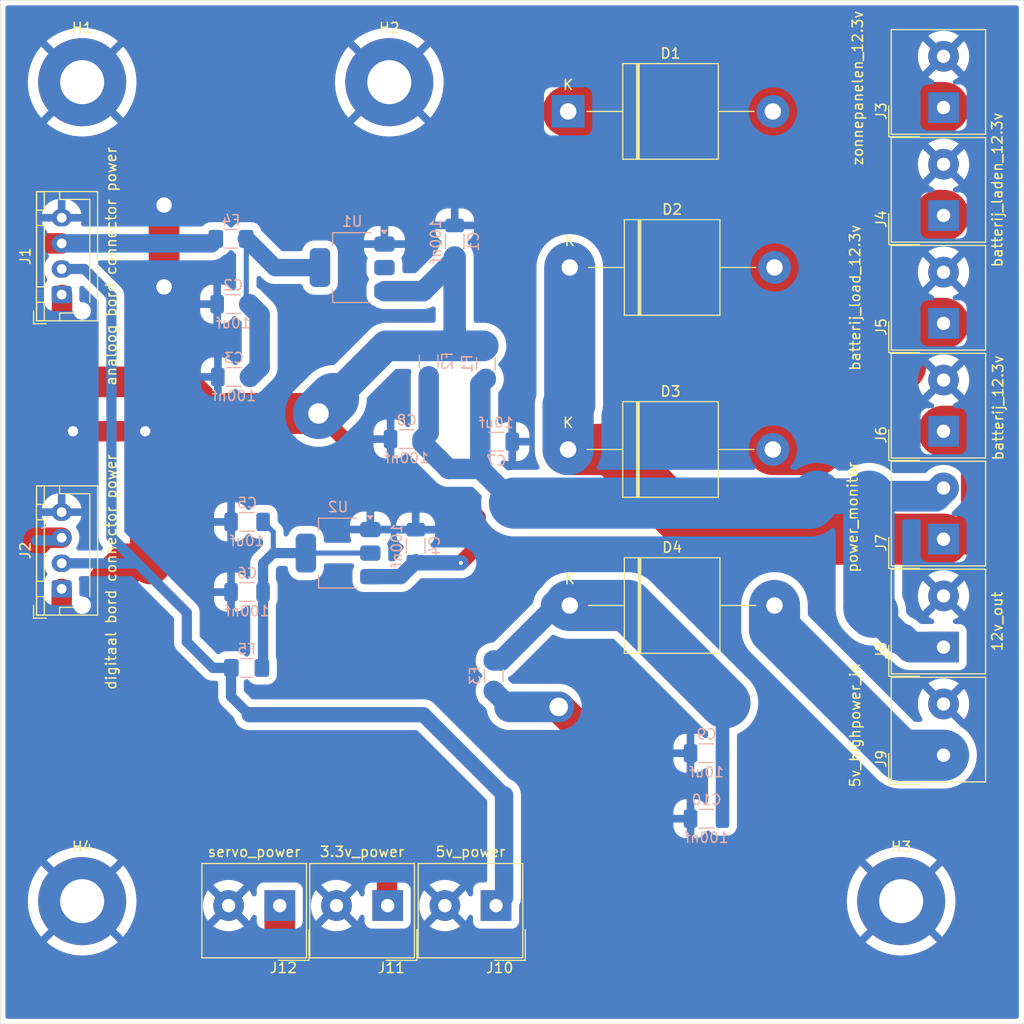
<source format=kicad_pcb>
(kicad_pcb (version 20240108) (generator "pcbnew") (generator_version "8.0")
  (layers (0 "F.Cu" signal) (31 "B.Cu" signal) (34 "B.Paste" user) (35 "F.Paste" user) (36 "B.SilkS" user "B.Silkscreen") (37 "F.SilkS" user "F.Silkscreen") (38 "B.Mask" user) (39 "F.Mask" user) (44 "Edge.Cuts" user))
  (net 0 "")
  (net 1 "GND")
  (net 2 "+12L")
  (net 3 "+3.3V")
  (net 4 "+5V")
  (net 5 "Net-(D1-A)")
  (net 6 "Net-(D1-K)")
  (net 7 "Net-(D3-A)")
  (net 8 "+5VL")
  (net 9 "Net-(D4-A)")
  (net 10 "Net-(D2-K)")
  (net 11 "Net-(U1-VO)")
  (net 12 "Net-(U2-VO)")
  (net 13 "Net-(D4-K)")
  (net 14 "Net-(J7-Pin_2)")
  (footprint "MountingHole:MountingHole_4.3mm_M4_Pad" (layer "F.Cu") (at 20 20)
    (property "Reference" "H1" (at 0 -5.3 0) (layer "F.SilkS"))
    (property "Value" "MountingHole_Pad")
    (pad "1" thru_hole circle (at 0 0) (size 8.6 8.6) (drill 4.3) (layers "*.Cu" "*.Mask") (net 1 "GND"))
  )
  (footprint "TerminalBlock_Altech:Altech_AK100_1x02_P5.00mm" (layer "F.Cu") (at 39.3035 100.4325 180)
    (property "Reference" "J12" (at -0.35 -6.09 0) (layer "F.SilkS"))
    (property "Value" "servo_power" (at 2.5 5.25 0) (layer "F.SilkS"))
    (fp_line (start 7.61 -5.11) (end 7.61 4.11) (stroke (width 0.12)) (layer "F.SilkS"))
    (fp_line (start -2.61 4.11) (end 7.61 4.11) (stroke (width 0.12)) (layer "F.SilkS"))
    (fp_line (start -2.61 -5.11) (end 7.61 -5.11) (stroke (width 0.12)) (layer "F.SilkS"))
    (fp_line (start -2.61 -5.11) (end -2.61 4.11) (stroke (width 0.12)) (layer "F.SilkS"))
    (fp_line (start -2.85 -2.35) (end -2.85 -5.35) (stroke (width 0.12)) (layer "F.SilkS"))
    (fp_line (start -2.85 -5.35) (end 0.15 -5.35) (stroke (width 0.12)) (layer "F.SilkS"))
    (pad "1" thru_hole rect (at 0 0 180) (size 3 3) (drill 1.3) (layers "*.Cu" "*.Mask") (net 8 "+5VL"))
    (pad "2" thru_hole circle (at 5 0 180) (size 3 3) (drill 1.3) (layers "*.Cu" "*.Mask") (net 1 "GND"))
  )
  (footprint "Connector_JST:JST_XH_B4B-XH-AM_1x04_P2.50mm_Vertical" (layer "F.Cu") (at 18 40.75 90)
    (property "Reference" "J1" (at 3.75 -3.55 90) (layer "F.SilkS"))
    (property "Value" "analoog bord connector power" (at 2.754 4.826 90) (layer "F.SilkS"))
    (fp_line (start -1.6 -2.75) (end -2.85 -2.75) (stroke (width 0.12)) (layer "F.SilkS"))
    (fp_line (start -2.85 -2.75) (end -2.85 -1.5) (stroke (width 0.12)) (layer "F.SilkS"))
    (fp_line (start 10.06 -2.46) (end -2.56 -2.46) (stroke (width 0.12)) (layer "F.SilkS"))
    (fp_line (start -2.56 -2.46) (end -2.56 3.51) (stroke (width 0.12)) (layer "F.SilkS"))
    (fp_line (start 10.05 -2.45) (end 8.25 -2.45) (stroke (width 0.12)) (layer "F.SilkS"))
    (fp_line (start 8.25 -2.45) (end 8.25 -1.7) (stroke (width 0.12)) (layer "F.SilkS"))
    (fp_line (start 6.75 -2.45) (end 0.75 -2.45) (stroke (width 0.12)) (layer "F.SilkS"))
    (fp_line (start 0.75 -2.45) (end 0.75 -1.7) (stroke (width 0.12)) (layer "F.SilkS"))
    (fp_line (start -0.75 -2.45) (end -2.55 -2.45) (stroke (width 0.12)) (layer "F.SilkS"))
    (fp_line (start -2.55 -2.45) (end -2.55 -1.7) (stroke (width 0.12)) (layer "F.SilkS"))
    (fp_line (start 10.05 -1.7) (end 10.05 -2.45) (stroke (width 0.12)) (layer "F.SilkS"))
    (fp_line (start 8.25 -1.7) (end 10.05 -1.7) (stroke (width 0.12)) (layer "F.SilkS"))
    (fp_line (start 6.75 -1.7) (end 6.75 -2.45) (stroke (width 0.12)) (layer "F.SilkS"))
    (fp_line (start 0.75 -1.7) (end 6.75 -1.7) (stroke (width 0.12)) (layer "F.SilkS"))
    (fp_line (start -0.75 -1.7) (end -0.75 -2.45) (stroke (width 0.12)) (layer "F.SilkS"))
    (fp_line (start -2.55 -1.7) (end -0.75 -1.7) (stroke (width 0.12)) (layer "F.SilkS"))
    (fp_line (start 10.05 -0.2) (end 9.3 -0.2) (stroke (width 0.12)) (layer "F.SilkS"))
    (fp_line (start 9.3 -0.2) (end 9.3 2.75) (stroke (width 0.12)) (layer "F.SilkS"))
    (fp_line (start -1.8 -0.2) (end -1.8 1.14) (stroke (width 0.12)) (layer "F.SilkS"))
    (fp_line (start -2.55 -0.2) (end -1.8 -0.2) (stroke (width 0.12)) (layer "F.SilkS"))
    (fp_line (start 9.3 2.75) (end 3.75 2.75) (stroke (width 0.12)) (layer "F.SilkS"))
    (fp_line (start 3.75 2.75) (end -0.74 2.75) (stroke (width 0.12)) (layer "F.SilkS"))
    (fp_line (start 10.06 3.51) (end 10.06 -2.46) (stroke (width 0.12)) (layer "F.SilkS"))
    (fp_line (start -2.56 3.51) (end 10.06 3.51) (stroke (width 0.12)) (layer "F.SilkS"))
    (pad "" np_thru_hole circle (at -1.6 2 90) (size 1.2 1.2) (drill 1.2) (layers "*.Cu" "*.Mask"))
    (pad "1" thru_hole roundrect (at 0 0 90) (size 1.7 1.95) (drill 0.95) (layers "*.Cu" "*.Mask") (roundrect_rratio 0.147059) (net 2 "+12L"))
    (pad "2" thru_hole oval (at 2.5 0 90) (size 1.7 1.95) (drill 0.95) (layers "*.Cu" "*.Mask") (net 4 "+5V"))
    (pad "3" thru_hole oval (at 5 0 90) (size 1.7 1.95) (drill 0.95) (layers "*.Cu" "*.Mask") (net 3 "+3.3V"))
    (pad "4" thru_hole oval (at 7.5 0 90) (size 1.7 1.95) (drill 0.95) (layers "*.Cu" "*.Mask") (net 1 "GND"))
  )
  (footprint "Diode_THT:D_P600_R-6_P20.00mm_Horizontal" (layer "F.Cu") (at 67.63 38.1)
    (property "Reference" "D2" (at 10 -5.67 0) (layer "F.SilkS"))
    (property "Value" "10SQ045")
    (fp_line (start 1.84 0) (end 5.33 0) (stroke (width 0.12)) (layer "F.SilkS"))
    (fp_line (start 5.33 -4.67) (end 5.33 4.67) (stroke (width 0.12)) (layer "F.SilkS"))
    (fp_line (start 5.33 4.67) (end 14.67 4.67) (stroke (width 0.12)) (layer "F.SilkS"))
    (fp_line (start 6.695 -4.67) (end 6.695 4.67) (stroke (width 0.12)) (layer "F.SilkS"))
    (fp_line (start 6.815 -4.67) (end 6.815 4.67) (stroke (width 0.12)) (layer "F.SilkS"))
    (fp_line (start 6.935 -4.67) (end 6.935 4.67) (stroke (width 0.12)) (layer "F.SilkS"))
    (fp_line (start 14.67 -4.67) (end 5.33 -4.67) (stroke (width 0.12)) (layer "F.SilkS"))
    (fp_line (start 14.67 4.67) (end 14.67 -4.67) (stroke (width 0.12)) (layer "F.SilkS"))
    (fp_line (start 18.16 0) (end 14.67 0) (stroke (width 0.12)) (layer "F.SilkS"))
    (fp_text user "K" (at 0 -2.6 0) (layer "F.SilkS"))
    (pad "1" thru_hole rect (at 0 0) (size 3.2 3.2) (drill 1.6) (layers "*.Cu" "*.Mask") (net 10 "Net-(D2-K)"))
    (pad "2" thru_hole oval (at 20 0) (size 3.2 3.2) (drill 1.6) (layers "*.Cu" "*.Mask") (net 6 "Net-(D1-K)"))
  )
  (footprint "TerminalBlock_Altech:Altech_AK100_1x02_P5.00mm" (layer "F.Cu") (at 60.4325 100.4325 180)
    (property "Reference" "J10" (at -0.35 -6.09 0) (layer "F.SilkS"))
    (property "Value" "5v_power" (at 2.5 5.25 0) (layer "F.SilkS"))
    (fp_line (start 7.61 -5.11) (end 7.61 4.11) (stroke (width 0.12)) (layer "F.SilkS"))
    (fp_line (start -2.61 4.11) (end 7.61 4.11) (stroke (width 0.12)) (layer "F.SilkS"))
    (fp_line (start -2.61 -5.11) (end 7.61 -5.11) (stroke (width 0.12)) (layer "F.SilkS"))
    (fp_line (start -2.61 -5.11) (end -2.61 4.11) (stroke (width 0.12)) (layer "F.SilkS"))
    (fp_line (start -2.85 -2.35) (end -2.85 -5.35) (stroke (width 0.12)) (layer "F.SilkS"))
    (fp_line (start -2.85 -5.35) (end 0.15 -5.35) (stroke (width 0.12)) (layer "F.SilkS"))
    (pad "1" thru_hole rect (at 0 0 180) (size 3 3) (drill 1.3) (layers "*.Cu" "*.Mask") (net 4 "+5V"))
    (pad "2" thru_hole circle (at 5 0 180) (size 3 3) (drill 1.3) (layers "*.Cu" "*.Mask") (net 1 "GND"))
  )
  (footprint "TerminalBlock_Altech:Altech_AK100_1x02_P5.00mm" (layer "F.Cu") (at 104.14 43.561 90)
    (property "Reference" "J5" (at -0.35 -6.09 90) (layer "F.SilkS"))
    (property "Value" "batterij_load_12.3v" (at 2.5 -8.636 90) (layer "F.SilkS"))
    (fp_line (start -2.85 -5.35) (end 0.15 -5.35) (stroke (width 0.12)) (layer "F.SilkS"))
    (fp_line (start 7.61 -5.11) (end 7.61 4.11) (stroke (width 0.12)) (layer "F.SilkS"))
    (fp_line (start -2.61 -5.11) (end 7.61 -5.11) (stroke (width 0.12)) (layer "F.SilkS"))
    (fp_line (start -2.61 -5.11) (end -2.61 4.11) (stroke (width 0.12)) (layer "F.SilkS"))
    (fp_line (start -2.85 -2.35) (end -2.85 -5.35) (stroke (width 0.12)) (layer "F.SilkS"))
    (fp_line (start -2.61 4.11) (end 7.61 4.11) (stroke (width 0.12)) (layer "F.SilkS"))
    (pad "1" thru_hole rect (at 0 0 90) (size 3 3) (drill 1.3) (layers "*.Cu" "*.Mask") (net 7 "Net-(D3-A)"))
    (pad "2" thru_hole circle (at 5 0 90) (size 3 3) (drill 1.3) (layers "*.Cu" "*.Mask") (net 1 "GND"))
  )
  (footprint "MountingHole:MountingHole_4.3mm_M4_Pad" (layer "F.Cu") (at 100 100)
    (property "Reference" "H3" (at 0 -5.3 0) (layer "F.SilkS"))
    (property "Value" "MountingHole_Pad")
    (pad "1" thru_hole circle (at 0 0) (size 8.6 8.6) (drill 4.3) (layers "*.Cu" "*.Mask") (net 1 "GND"))
  )
  (footprint "Connector_JST:JST_XH_B4B-XH-AM_1x04_P2.50mm_Vertical" (layer "F.Cu") (at 18 69.5 90)
    (property "Reference" "J2" (at 3.75 -3.55 90) (layer "F.SilkS"))
    (property "Value" "digitaal bord connector power" (at 1.658 4.826 90) (layer "F.SilkS"))
    (fp_line (start -1.6 -2.75) (end -2.85 -2.75) (stroke (width 0.12)) (layer "F.SilkS"))
    (fp_line (start -2.85 -2.75) (end -2.85 -1.5) (stroke (width 0.12)) (layer "F.SilkS"))
    (fp_line (start 10.06 -2.46) (end -2.56 -2.46) (stroke (width 0.12)) (layer "F.SilkS"))
    (fp_line (start -2.56 -2.46) (end -2.56 3.51) (stroke (width 0.12)) (layer "F.SilkS"))
    (fp_line (start 10.05 -2.45) (end 8.25 -2.45) (stroke (width 0.12)) (layer "F.SilkS"))
    (fp_line (start 8.25 -2.45) (end 8.25 -1.7) (stroke (width 0.12)) (layer "F.SilkS"))
    (fp_line (start 6.75 -2.45) (end 0.75 -2.45) (stroke (width 0.12)) (layer "F.SilkS"))
    (fp_line (start 0.75 -2.45) (end 0.75 -1.7) (stroke (width 0.12)) (layer "F.SilkS"))
    (fp_line (start -0.75 -2.45) (end -2.55 -2.45) (stroke (width 0.12)) (layer "F.SilkS"))
    (fp_line (start -2.55 -2.45) (end -2.55 -1.7) (stroke (width 0.12)) (layer "F.SilkS"))
    (fp_line (start 10.05 -1.7) (end 10.05 -2.45) (stroke (width 0.12)) (layer "F.SilkS"))
    (fp_line (start 8.25 -1.7) (end 10.05 -1.7) (stroke (width 0.12)) (layer "F.SilkS"))
    (fp_line (start 6.75 -1.7) (end 6.75 -2.45) (stroke (width 0.12)) (layer "F.SilkS"))
    (fp_line (start 0.75 -1.7) (end 6.75 -1.7) (stroke (width 0.12)) (layer "F.SilkS"))
    (fp_line (start -0.75 -1.7) (end -0.75 -2.45) (stroke (width 0.12)) (layer "F.SilkS"))
    (fp_line (start -2.55 -1.7) (end -0.75 -1.7) (stroke (width 0.12)) (layer "F.SilkS"))
    (fp_line (start 10.05 -0.2) (end 9.3 -0.2) (stroke (width 0.12)) (layer "F.SilkS"))
    (fp_line (start 9.3 -0.2) (end 9.3 2.75) (stroke (width 0.12)) (layer "F.SilkS"))
    (fp_line (start -1.8 -0.2) (end -1.8 1.14) (stroke (width 0.12)) (layer "F.SilkS"))
    (fp_line (start -2.55 -0.2) (end -1.8 -0.2) (stroke (width 0.12)) (layer "F.SilkS"))
    (fp_line (start 9.3 2.75) (end 3.75 2.75) (stroke (width 0.12)) (layer "F.SilkS"))
    (fp_line (start 3.75 2.75) (end -0.74 2.75) (stroke (width 0.12)) (layer "F.SilkS"))
    (fp_line (start 10.06 3.51) (end 10.06 -2.46) (stroke (width 0.12)) (layer "F.SilkS"))
    (fp_line (start -2.56 3.51) (end 10.06 3.51) (stroke (width 0.12)) (layer "F.SilkS"))
    (pad "" np_thru_hole circle (at -1.6 2 90) (size 1.2 1.2) (drill 1.2) (layers "*.Cu" "*.Mask"))
    (pad "1" thru_hole roundrect (at 0 0 90) (size 1.7 1.95) (drill 0.95) (layers "*.Cu" "*.Mask") (roundrect_rratio 0.147059) (net 2 "+12L"))
    (pad "2" thru_hole oval (at 2.5 0 90) (size 1.7 1.95) (drill 0.95) (layers "*.Cu" "*.Mask") (net 4 "+5V"))
    (pad "3" thru_hole oval (at 5 0 90) (size 1.7 1.95) (drill 0.95) (layers "*.Cu" "*.Mask") (net 3 "+3.3V"))
    (pad "4" thru_hole oval (at 7.5 0 90) (size 1.7 1.95) (drill 0.95) (layers "*.Cu" "*.Mask") (net 1 "GND"))
  )
  (footprint "TerminalBlock_Altech:Altech_AK100_1x02_P5.00mm" (layer "F.Cu") (at 104.14 64.643 90)
    (property "Reference" "J7" (at -0.35 -6.09 90) (layer "F.SilkS"))
    (property "Value" "power_monitor" (at 2.159 -8.89 90) (layer "F.SilkS"))
    (fp_line (start -2.85 -5.35) (end 0.15 -5.35) (stroke (width 0.12)) (layer "F.SilkS"))
    (fp_line (start 7.61 -5.11) (end 7.61 4.11) (stroke (width 0.12)) (layer "F.SilkS"))
    (fp_line (start -2.61 -5.11) (end 7.61 -5.11) (stroke (width 0.12)) (layer "F.SilkS"))
    (fp_line (start -2.61 -5.11) (end -2.61 4.11) (stroke (width 0.12)) (layer "F.SilkS"))
    (fp_line (start -2.85 -2.35) (end -2.85 -5.35) (stroke (width 0.12)) (layer "F.SilkS"))
    (fp_line (start -2.61 4.11) (end 7.61 4.11) (stroke (width 0.12)) (layer "F.SilkS"))
    (pad "1" thru_hole rect (at 0 0 90) (size 3 3) (drill 1.3) (layers "*.Cu" "*.Mask") (net 10 "Net-(D2-K)"))
    (pad "2" thru_hole circle (at 5 0 90) (size 3 3) (drill 1.3) (layers "*.Cu" "*.Mask") (net 14 "Net-(J7-Pin_2)"))
  )
  (footprint "MountingHole:MountingHole_4.3mm_M4_Pad" (layer "F.Cu") (at 50 20)
    (property "Reference" "H2" (at 0 -5.3 0) (layer "F.SilkS"))
    (property "Value" "MountingHole_Pad")
    (pad "1" thru_hole circle (at 0 0) (size 8.6 8.6) (drill 4.3) (layers "*.Cu" "*.Mask") (net 1 "GND"))
  )
  (footprint "TerminalBlock_Altech:Altech_AK100_1x02_P5.00mm" (layer "F.Cu") (at 104.14 85.7445 90)
    (property "Reference" "J9" (at -0.35 -6.09 90) (layer "F.SilkS"))
    (property "Value" "5v_highpower_in" (at 2.9405 -8.636 90) (layer "F.SilkS"))
    (fp_line (start -2.85 -5.35) (end 0.15 -5.35) (stroke (width 0.12)) (layer "F.SilkS"))
    (fp_line (start 7.61 -5.11) (end 7.61 4.11) (stroke (width 0.12)) (layer "F.SilkS"))
    (fp_line (start -2.61 -5.11) (end 7.61 -5.11) (stroke (width 0.12)) (layer "F.SilkS"))
    (fp_line (start -2.61 -5.11) (end -2.61 4.11) (stroke (width 0.12)) (layer "F.SilkS"))
    (fp_line (start -2.85 -2.35) (end -2.85 -5.35) (stroke (width 0.12)) (layer "F.SilkS"))
    (fp_line (start -2.61 4.11) (end 7.61 4.11) (stroke (width 0.12)) (layer "F.SilkS"))
    (pad "1" thru_hole rect (at 0 0 90) (size 3 3) (drill 1.3) (layers "*.Cu" "*.Mask") (net 9 "Net-(D4-A)"))
    (pad "2" thru_hole circle (at 5 0 90) (size 3 3) (drill 1.3) (layers "*.Cu" "*.Mask") (net 1 "GND"))
  )
  (footprint "TerminalBlock_Altech:Altech_AK100_1x02_P5.00mm" (layer "F.Cu") (at 104.14 54.102 90)
    (property "Reference" "J6" (at -0.35 -6.09 90) (layer "F.SilkS"))
    (property "Value" "batterij_12.3v" (at 2.286 5.334 90) (layer "F.SilkS"))
    (fp_line (start -2.85 -5.35) (end 0.15 -5.35) (stroke (width 0.12)) (layer "F.SilkS"))
    (fp_line (start 7.61 -5.11) (end 7.61 4.11) (stroke (width 0.12)) (layer "F.SilkS"))
    (fp_line (start -2.61 -5.11) (end 7.61 -5.11) (stroke (width 0.12)) (layer "F.SilkS"))
    (fp_line (start -2.61 -5.11) (end -2.61 4.11) (stroke (width 0.12)) (layer "F.SilkS"))
    (fp_line (start -2.85 -2.35) (end -2.85 -5.35) (stroke (width 0.12)) (layer "F.SilkS"))
    (fp_line (start -2.61 4.11) (end 7.61 4.11) (stroke (width 0.12)) (layer "F.SilkS"))
    (pad "1" thru_hole rect (at 0 0 90) (size 3 3) (drill 1.3) (layers "*.Cu" "*.Mask") (net 10 "Net-(D2-K)"))
    (pad "2" thru_hole circle (at 5 0 90) (size 3 3) (drill 1.3) (layers "*.Cu" "*.Mask") (net 1 "GND"))
  )
  (footprint "Diode_THT:D_P600_R-6_P20.00mm_Horizontal" (layer "F.Cu") (at 67.63 71.12)
    (property "Reference" "D4" (at 10 -5.67 0) (layer "F.SilkS"))
    (property "Value" "10SQ045")
    (fp_line (start 1.84 0) (end 5.33 0) (stroke (width 0.12)) (layer "F.SilkS"))
    (fp_line (start 5.33 -4.67) (end 5.33 4.67) (stroke (width 0.12)) (layer "F.SilkS"))
    (fp_line (start 5.33 4.67) (end 14.67 4.67) (stroke (width 0.12)) (layer "F.SilkS"))
    (fp_line (start 6.695 -4.67) (end 6.695 4.67) (stroke (width 0.12)) (layer "F.SilkS"))
    (fp_line (start 6.815 -4.67) (end 6.815 4.67) (stroke (width 0.12)) (layer "F.SilkS"))
    (fp_line (start 6.935 -4.67) (end 6.935 4.67) (stroke (width 0.12)) (layer "F.SilkS"))
    (fp_line (start 14.67 -4.67) (end 5.33 -4.67) (stroke (width 0.12)) (layer "F.SilkS"))
    (fp_line (start 14.67 4.67) (end 14.67 -4.67) (stroke (width 0.12)) (layer "F.SilkS"))
    (fp_line (start 18.16 0) (end 14.67 0) (stroke (width 0.12)) (layer "F.SilkS"))
    (fp_text user "K" (at 0 -2.6 0) (layer "F.SilkS"))
    (pad "1" thru_hole rect (at 0 0) (size 3.2 3.2) (drill 1.6) (layers "*.Cu" "*.Mask") (net 13 "Net-(D4-K)"))
    (pad "2" thru_hole oval (at 20 0) (size 3.2 3.2) (drill 1.6) (layers "*.Cu" "*.Mask") (net 9 "Net-(D4-A)"))
  )
  (footprint "MountingHole:MountingHole_4.3mm_M4_Pad" (layer "F.Cu") (at 20 100)
    (property "Reference" "H4" (at 0 -5.3 0) (layer "F.SilkS"))
    (property "Value" "MountingHole_Pad")
    (pad "1" thru_hole circle (at 0 0) (size 8.6 8.6) (drill 4.3) (layers "*.Cu" "*.Mask") (net 1 "GND"))
  )
  (footprint "TerminalBlock_Altech:Altech_AK100_1x02_P5.00mm" (layer "F.Cu") (at 104.14 75.184 90)
    (property "Reference" "J8" (at -0.35 -6.09 90) (layer "F.SilkS"))
    (property "Value" "12v_out" (at 2.5 5.25 90) (layer "F.SilkS"))
    (fp_line (start -2.85 -5.35) (end 0.15 -5.35) (stroke (width 0.12)) (layer "F.SilkS"))
    (fp_line (start 7.61 -5.11) (end 7.61 4.11) (stroke (width 0.12)) (layer "F.SilkS"))
    (fp_line (start -2.61 -5.11) (end 7.61 -5.11) (stroke (width 0.12)) (layer "F.SilkS"))
    (fp_line (start -2.61 -5.11) (end -2.61 4.11) (stroke (width 0.12)) (layer "F.SilkS"))
    (fp_line (start -2.85 -2.35) (end -2.85 -5.35) (stroke (width 0.12)) (layer "F.SilkS"))
    (fp_line (start -2.61 4.11) (end 7.61 4.11) (stroke (width 0.12)) (layer "F.SilkS"))
    (pad "1" thru_hole rect (at 0 0 90) (size 3 3) (drill 1.3) (layers "*.Cu" "*.Mask") (net 14 "Net-(J7-Pin_2)"))
    (pad "2" thru_hole circle (at 5 0 90) (size 3 3) (drill 1.3) (layers "*.Cu" "*.Mask") (net 1 "GND"))
  )
  (footprint "TerminalBlock_Altech:Altech_AK100_1x02_P5.00mm" (layer "F.Cu") (at 49.8445 100.4325 180)
    (property "Reference" "J11" (at -0.35 -6.09 0) (layer "F.SilkS"))
    (property "Value" "3.3v_power" (at 2.5 5.25 0) (layer "F.SilkS"))
    (fp_line (start 7.61 -5.11) (end 7.61 4.11) (stroke (width 0.12)) (layer "F.SilkS"))
    (fp_line (start -2.61 4.11) (end 7.61 4.11) (stroke (width 0.12)) (layer "F.SilkS"))
    (fp_line (start -2.61 -5.11) (end 7.61 -5.11) (stroke (width 0.12)) (layer "F.SilkS"))
    (fp_line (start -2.61 -5.11) (end -2.61 4.11) (stroke (width 0.12)) (layer "F.SilkS"))
    (fp_line (start -2.85 -2.35) (end -2.85 -5.35) (stroke (width 0.12)) (layer "F.SilkS"))
    (fp_line (start -2.85 -5.35) (end 0.15 -5.35) (stroke (width 0.12)) (layer "F.SilkS"))
    (pad "1" thru_hole rect (at 0 0 180) (size 3 3) (drill 1.3) (layers "*.Cu" "*.Mask") (net 3 "+3.3V"))
    (pad "2" thru_hole circle (at 5 0 180) (size 3 3) (drill 1.3) (layers "*.Cu" "*.Mask") (net 1 "GND"))
  )
  (footprint "Diode_THT:D_P600_R-6_P20.00mm_Horizontal" (layer "F.Cu") (at 67.47 22.86)
    (property "Reference" "D1" (at 10 -5.67 0) (layer "F.SilkS"))
    (property "Value" "10SQ045")
    (fp_line (start 1.84 0) (end 5.33 0) (stroke (width 0.12)) (layer "F.SilkS"))
    (fp_line (start 5.33 -4.67) (end 5.33 4.67) (stroke (width 0.12)) (layer "F.SilkS"))
    (fp_line (start 5.33 4.67) (end 14.67 4.67) (stroke (width 0.12)) (layer "F.SilkS"))
    (fp_line (start 6.695 -4.67) (end 6.695 4.67) (stroke (width 0.12)) (layer "F.SilkS"))
    (fp_line (start 6.815 -4.67) (end 6.815 4.67) (stroke (width 0.12)) (layer "F.SilkS"))
    (fp_line (start 6.935 -4.67) (end 6.935 4.67) (stroke (width 0.12)) (layer "F.SilkS"))
    (fp_line (start 14.67 -4.67) (end 5.33 -4.67) (stroke (width 0.12)) (layer "F.SilkS"))
    (fp_line (start 14.67 4.67) (end 14.67 -4.67) (stroke (width 0.12)) (layer "F.SilkS"))
    (fp_line (start 18.16 0) (end 14.67 0) (stroke (width 0.12)) (layer "F.SilkS"))
    (fp_text user "K" (at 0 -2.6 0) (layer "F.SilkS"))
    (pad "1" thru_hole rect (at 0 0) (size 3.2 3.2) (drill 1.6) (layers "*.Cu" "*.Mask") (net 6 "Net-(D1-K)"))
    (pad "2" thru_hole oval (at 20 0) (size 3.2 3.2) (drill 1.6) (layers "*.Cu" "*.Mask") (net 5 "Net-(D1-A)"))
  )
  (footprint "TerminalBlock_Altech:Altech_AK100_1x02_P5.00mm" (layer "F.Cu") (at 104.14 33.02 90)
    (property "Reference" "J4" (at -0.35 -6.09 90) (layer "F.SilkS"))
    (property "Value" "batterij_laden_12.3v" (at 2.5 5.25 90) (layer "F.SilkS"))
    (fp_line (start -2.85 -5.35) (end 0.15 -5.35) (stroke (width 0.12)) (layer "F.SilkS"))
    (fp_line (start 7.61 -5.11) (end 7.61 4.11) (stroke (width 0.12)) (layer "F.SilkS"))
    (fp_line (start -2.61 -5.11) (end 7.61 -5.11) (stroke (width 0.12)) (layer "F.SilkS"))
    (fp_line (start -2.61 -5.11) (end -2.61 4.11) (stroke (width 0.12)) (layer "F.SilkS"))
    (fp_line (start -2.85 -2.35) (end -2.85 -5.35) (stroke (width 0.12)) (layer "F.SilkS"))
    (fp_line (start -2.61 4.11) (end 7.61 4.11) (stroke (width 0.12)) (layer "F.SilkS"))
    (pad "1" thru_hole rect (at 0 0 90) (size 3 3) (drill 1.3) (layers "*.Cu" "*.Mask") (net 6 "Net-(D1-K)"))
    (pad "2" thru_hole circle (at 5 0 90) (size 3 3) (drill 1.3) (layers "*.Cu" "*.Mask") (net 1 "GND"))
  )
  (footprint "TerminalBlock_Altech:Altech_AK100_1x02_P5.00mm" (layer "F.Cu") (at 104.14 22.479 90)
    (property "Reference" "J3" (at -0.35 -6.09 90) (layer "F.SilkS"))
    (property "Value" "zonnepanelen_12.3v" (at 1.905 -8.382 90) (layer "F.SilkS"))
    (fp_line (start -2.85 -5.35) (end 0.15 -5.35) (stroke (width 0.12)) (layer "F.SilkS"))
    (fp_line (start 7.61 -5.11) (end 7.61 4.11) (stroke (width 0.12)) (layer "F.SilkS"))
    (fp_line (start -2.61 -5.11) (end 7.61 -5.11) (stroke (width 0.12)) (layer "F.SilkS"))
    (fp_line (start -2.61 -5.11) (end -2.61 4.11) (stroke (width 0.12)) (layer "F.SilkS"))
    (fp_line (start -2.85 -2.35) (end -2.85 -5.35) (stroke (width 0.12)) (layer "F.SilkS"))
    (fp_line (start -2.61 4.11) (end 7.61 4.11) (stroke (width 0.12)) (layer "F.SilkS"))
    (pad "1" thru_hole rect (at 0 0 90) (size 3 3) (drill 1.3) (layers "*.Cu" "*.Mask") (net 5 "Net-(D1-A)"))
    (pad "2" thru_hole circle (at 5 0 90) (size 3 3) (drill 1.3) (layers "*.Cu" "*.Mask") (net 1 "GND"))
  )
  (footprint "Diode_THT:D_P600_R-6_P20.00mm_Horizontal" (layer "F.Cu") (at 67.47 55.88)
    (property "Reference" "D3" (at 10 -5.67 0) (layer "F.SilkS"))
    (property "Value" "10SQ045")
    (fp_line (start 1.84 0) (end 5.33 0) (stroke (width 0.12)) (layer "F.SilkS"))
    (fp_line (start 5.33 -4.67) (end 5.33 4.67) (stroke (width 0.12)) (layer "F.SilkS"))
    (fp_line (start 5.33 4.67) (end 14.67 4.67) (stroke (width 0.12)) (layer "F.SilkS"))
    (fp_line (start 6.695 -4.67) (end 6.695 4.67) (stroke (width 0.12)) (layer "F.SilkS"))
    (fp_line (start 6.815 -4.67) (end 6.815 4.67) (stroke (width 0.12)) (layer "F.SilkS"))
    (fp_line (start 6.935 -4.67) (end 6.935 4.67) (stroke (width 0.12)) (layer "F.SilkS"))
    (fp_line (start 14.67 -4.67) (end 5.33 -4.67) (stroke (width 0.12)) (layer "F.SilkS"))
    (fp_line (start 14.67 4.67) (end 14.67 -4.67) (stroke (width 0.12)) (layer "F.SilkS"))
    (fp_line (start 18.16 0) (end 14.67 0) (stroke (width 0.12)) (layer "F.SilkS"))
    (fp_text user "K" (at 0 -2.6 0) (layer "F.SilkS"))
    (pad "1" thru_hole rect (at 0 0) (size 3.2 3.2) (drill 1.6) (layers "*.Cu" "*.Mask") (net 10 "Net-(D2-K)"))
    (pad "2" thru_hole oval (at 20 0) (size 3.2 3.2) (drill 1.6) (layers "*.Cu" "*.Mask") (net 7 "Net-(D3-A)"))
  )
  (footprint "Fuse:Fuse_1206_3216Metric_Pad1.42x1.75mm_HandSolder" (layer "B.Cu") (at 60.198 77.978 -90)
    (property "Reference" "F3" (at 0 1.82 90) (layer "B.SilkS") (effects (justify mirror)))
    (property "Value" "Polyfuse_Small")
    (fp_line (start 0.602064 0.91) (end -0.602064 0.91) (stroke (width 0.12)) (layer "B.SilkS"))
    (fp_line (start 0.602064 -0.91) (end -0.602064 -0.91) (stroke (width 0.12)) (layer "B.SilkS"))
    (pad "1" smd roundrect (at -1.4875 0 270) (size 1.425 1.75) (layers "B.Cu" "B.Paste" "B.Mask") (roundrect_rratio 0.175439) (net 13 "Net-(D4-K)"))
    (pad "2" smd roundrect (at 1.4875 0 270) (size 1.425 1.75) (layers "B.Cu" "B.Paste" "B.Mask") (roundrect_rratio 0.175439) (net 8 "+5VL"))
  )
  (footprint "Capacitor_SMD:C_1206_3216Metric_Pad1.33x1.80mm_HandSolder" (layer "B.Cu") (at 60.452 55.118)
    (property "Reference" "C7" (at 0 1.85 360) (layer "B.SilkS") (effects (justify mirror)))
    (property "Value" "10uf" (at 0 -1.85 360) (layer "B.SilkS") (effects (justify mirror)))
    (fp_line (start 0.711252 -0.91) (end -0.711252 -0.91) (stroke (width 0.12)) (layer "B.SilkS"))
    (fp_line (start 0.711252 0.91) (end -0.711252 0.91) (stroke (width 0.12)) (layer "B.SilkS"))
    (pad "1" smd roundrect (at -1.5625 0) (size 1.325 1.8) (layers "B.Cu" "B.Paste" "B.Mask") (roundrect_rratio 0.188679) (net 14 "Net-(J7-Pin_2)"))
    (pad "2" smd roundrect (at 1.5625 0) (size 1.325 1.8) (layers "B.Cu" "B.Paste" "B.Mask") (roundrect_rratio 0.188679) (net 1 "GND"))
  )
  (footprint "Capacitor_SMD:C_1206_3216Metric_Pad1.33x1.80mm_HandSolder" (layer "B.Cu") (at 34.754 41.682 180)
    (property "Reference" "C2" (at 0 1.85 0) (layer "B.SilkS") (effects (justify mirror)))
    (property "Value" "10uf" (at 0 -1.85 0) (layer "B.SilkS") (effects (justify mirror)))
    (fp_line (start 0.711252 0.91) (end -0.711252 0.91) (stroke (width 0.12)) (layer "B.SilkS"))
    (fp_line (start 0.711252 -0.91) (end -0.711252 -0.91) (stroke (width 0.12)) (layer "B.SilkS"))
    (pad "1" smd roundrect (at -1.5625 0 180) (size 1.325 1.8) (layers "B.Cu" "B.Paste" "B.Mask") (roundrect_rratio 0.188679) (net 11 "Net-(U1-VO)"))
    (pad "2" smd roundrect (at 1.5625 0 180) (size 1.325 1.8) (layers "B.Cu" "B.Paste" "B.Mask") (roundrect_rratio 0.188679) (net 1 "GND"))
  )
  (footprint "Capacitor_SMD:C_1206_3216Metric_Pad1.33x1.80mm_HandSolder" (layer "B.Cu") (at 36.11 62.952 180)
    (property "Reference" "C5" (at 0 1.85 0) (layer "B.SilkS") (effects (justify mirror)))
    (property "Value" "10uf" (at 0 -1.85 0) (layer "B.SilkS") (effects (justify mirror)))
    (fp_line (start 0.711252 0.91) (end -0.711252 0.91) (stroke (width 0.12)) (layer "B.SilkS"))
    (fp_line (start 0.711252 -0.91) (end -0.711252 -0.91) (stroke (width 0.12)) (layer "B.SilkS"))
    (pad "1" smd roundrect (at -1.5625 0 180) (size 1.325 1.8) (layers "B.Cu" "B.Paste" "B.Mask") (roundrect_rratio 0.188679) (net 12 "Net-(U2-VO)"))
    (pad "2" smd roundrect (at 1.5625 0 180) (size 1.325 1.8) (layers "B.Cu" "B.Paste" "B.Mask") (roundrect_rratio 0.188679) (net 1 "GND"))
  )
  (footprint "Package_TO_SOT_SMD:SOT-223-3_TabPin2" (layer "B.Cu") (at 46.38 38.114 180)
    (property "Reference" "U1" (at 0 4.5 0) (layer "B.SilkS") (effects (justify mirror)))
    (property "Value" "LD1117S33TR_SOT223")
    (fp_line (start 1.91 3.41) (end -1.85 3.41) (stroke (width 0.12)) (layer "B.SilkS"))
    (fp_line (start 1.91 2.15) (end 1.91 3.41) (stroke (width 0.12)) (layer "B.SilkS"))
    (fp_line (start 1.91 -2.15) (end 1.91 -3.41) (stroke (width 0.12)) (layer "B.SilkS"))
    (fp_line (start 1.91 -3.41) (end -1.85 -3.41) (stroke (width 0.12)) (layer "B.SilkS"))
    (fp_poly (pts (xy -3.13 3.31) (xy -3.37 3.64) (xy -2.89 3.64) (xy -3.13 3.31)) (stroke (width 0.12)) (fill solid) (layer "B.SilkS"))
    (pad "1" smd roundrect (at -3.15 2.3 180) (size 2 1.5) (layers "B.Cu" "B.Paste" "B.Mask") (net 1 "GND"))
    (pad "2" smd roundrect (at -3.15 0 180) (size 2 1.5) (layers "B.Cu" "B.Paste" "B.Mask") (net 11 "Net-(U1-VO)"))
    (pad "2" smd roundrect (at 3.15 0 180) (size 2 3.8) (layers "B.Cu" "B.Paste" "B.Mask") (net 11 "Net-(U1-VO)"))
    (pad "3" smd roundrect (at -3.15 -2.3 180) (size 2 1.5) (layers "B.Cu" "B.Paste" "B.Mask") (net 2 "+12L"))
  )
  (footprint "Capacitor_SMD:C_1206_3216Metric_Pad1.33x1.80mm_HandSolder" (layer "B.Cu") (at 51.689 54.864 180)
    (property "Reference" "C8" (at 0 1.85 360) (layer "B.SilkS") (effects (justify mirror)))
    (property "Value" "100nf" (at 0 -1.85 360) (layer "B.SilkS") (effects (justify mirror)))
    (fp_line (start 0.711252 0.91) (end -0.711252 0.91) (stroke (width 0.12)) (layer "B.SilkS"))
    (fp_line (start 0.711252 -0.91) (end -0.711252 -0.91) (stroke (width 0.12)) (layer "B.SilkS"))
    (pad "1" smd roundrect (at -1.5625 0 180) (size 1.325 1.8) (layers "B.Cu" "B.Paste" "B.Mask") (roundrect_rratio 0.188679) (net 14 "Net-(J7-Pin_2)"))
    (pad "2" smd roundrect (at 1.5625 0 180) (size 1.325 1.8) (layers "B.Cu" "B.Paste" "B.Mask") (roundrect_rratio 0.188679) (net 1 "GND"))
  )
  (footprint "Fuse:Fuse_1206_3216Metric_Pad1.42x1.75mm_HandSolder" (layer "B.Cu") (at 59.436 47.498 -90)
    (property "Reference" "F1" (at 0 1.82 90) (layer "B.SilkS") (effects (justify mirror)))
    (property "Value" "Polyfuse_Small")
    (fp_line (start 0.602064 0.91) (end -0.602064 0.91) (stroke (width 0.12)) (layer "B.SilkS"))
    (fp_line (start 0.602064 -0.91) (end -0.602064 -0.91) (stroke (width 0.12)) (layer "B.SilkS"))
    (pad "1" smd roundrect (at -1.4875 0 270) (size 1.425 1.75) (layers "B.Cu" "B.Paste" "B.Mask") (roundrect_rratio 0.175439) (net 2 "+12L"))
    (pad "2" smd roundrect (at 1.4875 0 270) (size 1.425 1.75) (layers "B.Cu" "B.Paste" "B.Mask") (roundrect_rratio 0.175439) (net 14 "Net-(J7-Pin_2)"))
  )
  (footprint "Fuse:Fuse_1206_3216Metric_Pad1.42x1.75mm_HandSolder" (layer "B.Cu") (at 36.068 77.216 180)
    (property "Reference" "F5" (at 0 1.82 360) (layer "B.SilkS") (effects (justify mirror)))
    (property "Value" "Polyfuse_Small")
    (fp_line (start 0.602064 0.91) (end -0.602064 0.91) (stroke (width 0.12)) (layer "B.SilkS"))
    (fp_line (start 0.602064 -0.91) (end -0.602064 -0.91) (stroke (width 0.12)) (layer "B.SilkS"))
    (pad "1" smd roundrect (at -1.4875 0 180) (size 1.425 1.75) (layers "B.Cu" "B.Paste" "B.Mask") (roundrect_rratio 0.175439) (net 12 "Net-(U2-VO)"))
    (pad "2" smd roundrect (at 1.4875 0 180) (size 1.425 1.75) (layers "B.Cu" "B.Paste" "B.Mask") (roundrect_rratio 0.175439) (net 4 "+5V"))
  )
  (footprint "Capacitor_SMD:C_1206_3216Metric_Pad1.33x1.80mm_HandSolder" (layer "B.Cu") (at 52.578 65.278 90)
    (property "Reference" "C4" (at 0 1.85 90) (layer "B.SilkS") (effects (justify mirror)))
    (property "Value" "100nf" (at 0 -1.85 90) (layer "B.SilkS") (effects (justify mirror)))
    (fp_line (start 0.711252 -0.91) (end -0.711252 -0.91) (stroke (width 0.12)) (layer "B.SilkS"))
    (fp_line (start 0.711252 0.91) (end -0.711252 0.91) (stroke (width 0.12)) (layer "B.SilkS"))
    (pad "1" smd roundrect (at -1.5625 0 90) (size 1.325 1.8) (layers "B.Cu" "B.Paste" "B.Mask") (roundrect_rratio 0.188679) (net 2 "+12L"))
    (pad "2" smd roundrect (at 1.5625 0 90) (size 1.325 1.8) (layers "B.Cu" "B.Paste" "B.Mask") (roundrect_rratio 0.188679) (net 1 "GND"))
  )
  (footprint "Package_TO_SOT_SMD:SOT-223-3_TabPin2" (layer "B.Cu") (at 45 66 180)
    (property "Reference" "U2" (at 0 4.5 0) (layer "B.SilkS") (effects (justify mirror)))
    (property "Value" "LD1117S50TR_SOT223")
    (fp_line (start 1.91 3.41) (end -1.85 3.41) (stroke (width 0.12)) (layer "B.SilkS"))
    (fp_line (start 1.91 2.15) (end 1.91 3.41) (stroke (width 0.12)) (layer "B.SilkS"))
    (fp_line (start 1.91 -2.15) (end 1.91 -3.41) (stroke (width 0.12)) (layer "B.SilkS"))
    (fp_line (start 1.91 -3.41) (end -1.85 -3.41) (stroke (width 0.12)) (layer "B.SilkS"))
    (fp_poly (pts (xy -3.13 3.31) (xy -3.37 3.64) (xy -2.89 3.64) (xy -3.13 3.31)) (stroke (width 0.12)) (fill solid) (layer "B.SilkS"))
    (pad "1" smd roundrect (at -3.15 2.3 180) (size 2 1.5) (layers "B.Cu" "B.Paste" "B.Mask") (net 1 "GND"))
    (pad "2" smd roundrect (at -3.15 0 180) (size 2 1.5) (layers "B.Cu" "B.Paste" "B.Mask") (net 12 "Net-(U2-VO)"))
    (pad "2" smd roundrect (at 3.15 0 180) (size 2 3.8) (layers "B.Cu" "B.Paste" "B.Mask") (net 12 "Net-(U2-VO)"))
    (pad "3" smd roundrect (at -3.15 -2.3 180) (size 2 1.5) (layers "B.Cu" "B.Paste" "B.Mask") (net 2 "+12L"))
  )
  (footprint "Capacitor_SMD:C_1206_3216Metric_Pad1.33x1.80mm_HandSolder" (layer "B.Cu") (at 36.11 69.81 180)
    (property "Reference" "C6" (at 0 1.85 0) (layer "B.SilkS") (effects (justify mirror)))
    (property "Value" "100nf" (at 0 -1.85 0) (layer "B.SilkS") (effects (justify mirror)))
    (fp_line (start 0.711252 0.91) (end -0.711252 0.91) (stroke (width 0.12)) (layer "B.SilkS"))
    (fp_line (start 0.711252 -0.91) (end -0.711252 -0.91) (stroke (width 0.12)) (layer "B.SilkS"))
    (pad "1" smd roundrect (at -1.5625 0 180) (size 1.325 1.8) (layers "B.Cu" "B.Paste" "B.Mask") (roundrect_rratio 0.188679) (net 12 "Net-(U2-VO)"))
    (pad "2" smd roundrect (at 1.5625 0 180) (size 1.325 1.8) (layers "B.Cu" "B.Paste" "B.Mask") (roundrect_rratio 0.188679) (net 1 "GND"))
  )
  (footprint "Capacitor_SMD:C_1206_3216Metric_Pad1.33x1.80mm_HandSolder" (layer "B.Cu") (at 34.8175 48.794 180)
    (property "Reference" "C3" (at 0 1.85 0) (layer "B.SilkS") (effects (justify mirror)))
    (property "Value" "100nf" (at 0 -1.85 0) (layer "B.SilkS") (effects (justify mirror)))
    (fp_line (start 0.711252 0.91) (end -0.711252 0.91) (stroke (width 0.12)) (layer "B.SilkS"))
    (fp_line (start 0.711252 -0.91) (end -0.711252 -0.91) (stroke (width 0.12)) (layer "B.SilkS"))
    (pad "1" smd roundrect (at -1.5625 0 180) (size 1.325 1.8) (layers "B.Cu" "B.Paste" "B.Mask") (roundrect_rratio 0.188679) (net 11 "Net-(U1-VO)"))
    (pad "2" smd roundrect (at 1.5625 0 180) (size 1.325 1.8) (layers "B.Cu" "B.Paste" "B.Mask") (roundrect_rratio 0.188679) (net 1 "GND"))
  )
  (footprint "Capacitor_SMD:C_1206_3216Metric_Pad1.33x1.80mm_HandSolder" (layer "B.Cu") (at 80.9875 91.948 180)
    (property "Reference" "C10" (at 0 1.85 0) (layer "B.SilkS") (effects (justify mirror)))
    (property "Value" "100nf" (at 0 -1.85 0) (layer "B.SilkS") (effects (justify mirror)))
    (fp_line (start 0.711252 0.91) (end -0.711252 0.91) (stroke (width 0.12)) (layer "B.SilkS"))
    (fp_line (start 0.711252 -0.91) (end -0.711252 -0.91) (stroke (width 0.12)) (layer "B.SilkS"))
    (pad "1" smd roundrect (at -1.5625 0 180) (size 1.325 1.8) (layers "B.Cu" "B.Paste" "B.Mask") (roundrect_rratio 0.188679) (net 13 "Net-(D4-K)"))
    (pad "2" smd roundrect (at 1.5625 0 180) (size 1.325 1.8) (layers "B.Cu" "B.Paste" "B.Mask") (roundrect_rratio 0.188679) (net 1 "GND"))
  )
  (footprint "Capacitor_SMD:C_1206_3216Metric_Pad1.33x1.80mm_HandSolder" (layer "B.Cu") (at 56.388 35.56 90)
    (property "Reference" "C1" (at 0 1.85 90) (layer "B.SilkS") (effects (justify mirror)))
    (property "Value" "100nf" (at 0 -1.85 90) (layer "B.SilkS") (effects (justify mirror)))
    (fp_line (start 0.711252 -0.91) (end -0.711252 -0.91) (stroke (width 0.12)) (layer "B.SilkS"))
    (fp_line (start 0.711252 0.91) (end -0.711252 0.91) (stroke (width 0.12)) (layer "B.SilkS"))
    (pad "1" smd roundrect (at -1.5625 0 90) (size 1.325 1.8) (layers "B.Cu" "B.Paste" "B.Mask") (roundrect_rratio 0.188679) (net 2 "+12L"))
    (pad "2" smd roundrect (at 1.5625 0 90) (size 1.325 1.8) (layers "B.Cu" "B.Paste" "B.Mask") (roundrect_rratio 0.188679) (net 1 "GND"))
  )
  (footprint "Fuse:Fuse_1206_3216Metric_Pad1.42x1.75mm_HandSolder" (layer "B.Cu") (at 34.544 35.306 180)
    (property "Reference" "F4" (at 0 1.82 0) (layer "B.SilkS") (effects (justify mirror)))
    (property "Value" "Polyfuse_Small")
    (fp_line (start 0.602064 0.91) (end -0.602064 0.91) (stroke (width 0.12)) (layer "B.SilkS"))
    (fp_line (start 0.602064 -0.91) (end -0.602064 -0.91) (stroke (width 0.12)) (layer "B.SilkS"))
    (pad "1" smd roundrect (at -1.4875 0 180) (size 1.425 1.75) (layers "B.Cu" "B.Paste" "B.Mask") (roundrect_rratio 0.175439) (net 11 "Net-(U1-VO)"))
    (pad "2" smd roundrect (at 1.4875 0 180) (size 1.425 1.75) (layers "B.Cu" "B.Paste" "B.Mask") (roundrect_rratio 0.175439) (net 3 "+3.3V"))
  )
  (footprint "Capacitor_SMD:C_1206_3216Metric_Pad1.33x1.80mm_HandSolder" (layer "B.Cu") (at 80.9875 85.55 180)
    (property "Reference" "C9" (at 0 1.85 0) (layer "B.SilkS") (effects (justify mirror)))
    (property "Value" "10uf" (at 0 -1.85 0) (layer "B.SilkS") (effects (justify mirror)))
    (fp_line (start 0.711252 0.91) (end -0.711252 0.91) (stroke (width 0.12)) (layer "B.SilkS"))
    (fp_line (start 0.711252 -0.91) (end -0.711252 -0.91) (stroke (width 0.12)) (layer "B.SilkS"))
    (pad "1" smd roundrect (at -1.5625 0 180) (size 1.325 1.8) (layers "B.Cu" "B.Paste" "B.Mask") (roundrect_rratio 0.188679) (net 13 "Net-(D4-K)"))
    (pad "2" smd roundrect (at 1.5625 0 180) (size 1.325 1.8) (layers "B.Cu" "B.Paste" "B.Mask") (roundrect_rratio 0.188679) (net 1 "GND"))
  )
  (footprint "Fuse:Fuse_1206_3216Metric_Pad1.42x1.75mm_HandSolder" (layer "B.Cu") (at 53.848 47.244 90)
    (property "Reference" "F2" (at 0 1.82 90) (layer "B.SilkS") (effects (justify mirror)))
    (property "Value" "Polyfuse_Small")
    (fp_line (start 0.602064 -0.91) (end -0.602064 -0.91) (stroke (width 0.12)) (layer "B.SilkS"))
    (fp_line (start 0.602064 0.91) (end -0.602064 0.91) (stroke (width 0.12)) (layer "B.SilkS"))
    (pad "1" smd roundrect (at -1.4875 0 90) (size 1.425 1.75) (layers "B.Cu" "B.Paste" "B.Mask") (roundrect_rratio 0.175439) (net 14 "Net-(J7-Pin_2)"))
    (pad "2" smd roundrect (at 1.4875 0 90) (size 1.425 1.75) (layers "B.Cu" "B.Paste" "B.Mask") (roundrect_rratio 0.175439) (net 2 "+12L"))
  )
  (gr_rect (start 12 12) (end 112 112) (stroke (width 0.05)) (fill none) (layer "Edge.Cuts"))
  (segment (start 26.162 54.102) (end 19.102 54.102) (width 2) (layer "F.Cu") (net 1))
  (segment (start 28 32) (end 28 40) (width 3) (layer "F.Cu") (net 1))
  (via (at 26.162 54.102) (size 1.5) (drill 1) (layers "F.Cu" "B.Cu") (net 1))
  (via (at 28 32) (size 2) (drill 1.5) (layers "F.Cu" "B.Cu") (net 1))
  (via (at 19.102 54.102) (size 1.5) (drill 1) (layers "F.Cu" "B.Cu") (net 1))
  (via (at 28 40) (size 2) (drill 1.5) (layers "F.Cu" "B.Cu") (net 1))
  (segment (start 43.0935 52.3645) (end 51.181 60.452) (width 1.5) (layer "F.Cu") (net 2))
  (segment (start 43.0855 52.3645) (end 43.0935 52.3645) (width 0.25) (layer "F.Cu") (net 2))
  (segment (start 21.336 73.66) (end 19.304 73.66) (width 2) (layer "F.Cu") (net 2))
  (segment (start 32.2985 55.0775) (end 27.432 59.944) (width 4) (layer "F.Cu") (net 2))
  (segment (start 56.9976 66.9544) (end 58.674 65.278) (width 1.5) (layer "F.Cu") (net 2))
  (segment (start 18 72.356) (end 18 69.5) (width 2) (layer "F.Cu") (net 2))
  (segment (start 27.432 59.944) (end 26.67 60.706) (width 2) (layer "F.Cu") (net 2))
  (segment (start 18 40.75) (end 18.034 40.784) (width 0.25) (layer "F.Cu") (net 2))
  (segment (start 19.304 73.66) (end 18 72.356) (width 2) (layer "F.Cu") (net 2))
  (segment (start 18.034 40.784) (end 18.034 45.72) (width 2) (layer "F.Cu") (net 2))
  (segment (start 51.181 60.452) (end 56.388 60.452) (width 1.5) (layer "F.Cu") (net 2))
  (segment (start 21.59 49.276) (end 18.034 45.72) (width 2) (layer "F.Cu") (net 2))
  (segment (start 32.2985 52.3645) (end 29.21 49.276) (width 4) (layer "F.Cu") (net 2))
  (segment (start 29.21 49.276) (end 21.59 49.276) (width 3) (layer "F.Cu") (net 2))
  (segment (start 26.67 67.056) (end 24.384 67.056) (width 2) (layer "F.Cu") (net 2))
  (segment (start 58.674 65.278) (end 58.674 62.484) (width 1.5) (layer "F.Cu") (net 2))
  (segment (start 43.0855 52.3645) (end 32.2985 52.3645) (width 4) (layer "F.Cu") (net 2))
  (segment (start 22.606 68.834) (end 22.606 72.39) (width 2) (layer "F.Cu") (net 2))
  (segment (start 58.674 62.484) (end 56.642 60.452) (width 1.5) (layer "F.Cu") (net 2))
  (segment (start 32.2985 52.3645) (end 32.2985 55.0775) (width 4) (layer "F.Cu") (net 2))
  (segment (start 22.606 72.39) (end 21.336 73.66) (width 2) (layer "F.Cu") (net 2))
  (segment (start 56.388 60.452) (end 56.642 60.452) (width 0.25) (layer "F.Cu") (net 2))
  (segment (start 26.67 60.706) (end 26.67 67.056) (width 4) (layer "F.Cu") (net 2))
  (segment (start 24.384 67.056) (end 22.606 68.834) (width 4) (layer "F.Cu") (net 2))
  (via (at 56.9976 66.9544) (size 0.8) (drill 0.4) (layers "F.Cu" "B.Cu") (net 2))
  (via (at 43.0855 52.3645) (size 3) (drill 2) (layers "F.Cu" "B.Cu") (net 2))
  (segment (start 56.388 37.1225) (end 56.388 45.7565) (width 2.2) (layer "B.Cu") (net 2))
  (segment (start 52.8705 66.548) (end 52.578 66.8405) (width 0.25) (layer "B.Cu") (net 2))
  (segment (start 47.15 48.3) (end 49.6935 45.7565) (width 3) (layer "B.Cu") (net 2))
  (segment (start 44.5521 50.8979) (end 47.15 48.3) (width 3) (layer "B.Cu") (net 2))
  (segment (start 56.388 45.7565) (end 59.182 45.7565) (width 3) (layer "B.Cu") (net 2))
  (segment (start 52.6919 66.9544) (end 52.578 66.8405) (width 0.25) (layer "B.Cu") (net 2))
  (segment (start 59.182 45.7565) (end 59.436 46.0105) (width 0.25) (layer "B.Cu") (net 2))
  (segment (start 52.578 66.8405) (end 51.1185 68.3) (width 1.5) (layer "B.Cu") (net 2))
  (segment (start 51.1185 68.3) (end 48.15 68.3) (width 1.5) (layer "B.Cu") (net 2))
  (segment (start 49.6935 45.7565) (end 53.848 45.7565) (width 3) (layer "B.Cu") (net 2))
  (segment (start 56.9976 66.9544) (end 52.6919 66.9544) (width 1.5) (layer "B.Cu") (net 2))
  (segment (start 53.848 45.7565) (end 56.388 45.7565) (width 3) (layer "B.Cu") (net 2))
  (segment (start 49.53 40.414) (end 53.312 40.414) (width 2) (layer "B.Cu") (net 2))
  (segment (start 53.312 40.414) (end 56.388 37.338) (width 2) (layer "B.Cu") (net 2))
  (segment (start 43.0855 52.3645) (end 44.5521 50.8979) (width 5) (layer "B.Cu") (net 2))
  (segment (start 56.388 37.338) (end 56.388 37.1225) (width 0.25) (layer "B.Cu") (net 2))
  (segment (start 14.732 66.294) (end 14.732 77.978) (width 2) (layer "F.Cu") (net 3))
  (segment (start 16.526 64.5) (end 18 64.5) (width 2) (layer "F.Cu") (net 3))
  (segment (start 14.986 66.04) (end 14.732 66.294) (width 2) (layer "F.Cu") (net 3))
  (segment (start 15.812 35.75) (end 14.986 36.576) (width 2) (layer "F.Cu") (net 3))
  (segment (start 18 35.75) (end 15.812 35.75) (width 2) (layer "F.Cu") (net 3))
  (segment (start 49.784 100.372) (end 49.8445 100.4325) (width 2) (layer "F.Cu") (net 3))
  (segment (start 43.942 87.122) (end 49.784 92.964) (width 2) (layer "F.Cu") (net 3))
  (segment (start 14.732 66.294) (end 16.526 64.5) (width 2) (layer "F.Cu") (net 3))
  (segment (start 14.986 36.576) (end 14.986 66.04) (width 2) (layer "F.Cu") (net 3))
  (segment (start 14.732 77.978) (end 23.876 87.122) (width 2) (layer "F.Cu") (net 3))
  (segment (start 23.876 87.122) (end 43.942 87.122) (width 2) (layer "F.Cu") (net 3))
  (segment (start 49.784 92.964) (end 49.784 100.372) (width 2) (layer "F.Cu") (net 3))
  (segment (start 32.6125 35.75) (end 33.0565 35.306) (width 1.25) (layer "B.Cu") (net 3))
  (segment (start 17.73 64.77) (end 18 64.5) (width 1) (layer "B.Cu") (net 3))
  (segment (start 15.494 64.77) (end 17.73 64.77) (width 1) (layer "B.Cu") (net 3))
  (segment (start 18 35.75) (end 32.6125 35.75) (width 1.8) (layer "B.Cu") (net 3))
  (segment (start 22.86 40.894) (end 20.216 38.25) (width 1) (layer "B.Cu") (net 4))
  (segment (start 22.86 64.46) (end 22.86 40.894) (width 1) (layer "B.Cu") (net 4))
  (segment (start 20.216 38.25) (end 18 38.25) (width 1) (layer "B.Cu") (net 4))
  (segment (start 25.4 67) (end 22.86 64.46) (width 1) (layer "B.Cu") (net 4))
  (segment (start 34.5805 77.216) (end 34.544 77.2525) (width 1) (layer "B.Cu") (net 4))
  (segment (start 61.214 89.662) (end 61.214 99.651) (width 1.8) (layer "B.Cu") (net 4))
  (segment (start 25.4 67) (end 30.226 71.826) (width 1) (layer "B.Cu") (net 4))
  (segment (start 18 67) (end 19.4267 67) (width 1) (layer "B.Cu") (net 4))
  (segment (start 53.34 81.788) (end 61.214 89.662) (width 1.5) (layer "B.Cu") (net 4))
  (segment (start 34.544 80.01) (end 36.322 81.788) (width 1) (layer "B.Cu") (net 4))
  (segment (start 30.226 74.676) (end 32.766 77.216) (width 1) (layer "B.Cu") (net 4))
  (segment (start 61.214 90.6415) (end 61.214 90.678) (width 0.25) (layer "B.Cu") (net 4))
  (segment (start 30.226 71.826) (end 30.226 74.676) (width 1) (layer "B.Cu") (net 4))
  (segment (start 34.544 77.2525) (end 34.544 80.01) (width 1) (layer "B.Cu") (net 4))
  (segment (start 61.214 99.651) (end 60.4325 100.4325) (width 1) (layer "B.Cu") (net 4))
  (segment (start 36.322 81.788) (end 53.34 81.788) (width 1.5) (layer "B.Cu") (net 4))
  (segment (start 21.3072 67) (end 19.4267 67) (width 1) (layer "B.Cu") (net 4))
  (segment (start 32.766 77.216) (end 34.5805 77.216) (width 1) (layer "B.Cu") (net 4))
  (segment (start 25.4 67) (end 21.3072 67) (width 1) (layer "B.Cu") (net 4))
  (segment (start 104.14 22.479) (end 92.1527 22.479) (width 5) (layer "F.Cu") (net 5))
  (segment (start 87.47 22.86) (end 91.7717 22.86) (width 5) (layer "F.Cu") (net 5))
  (segment (start 92.1527 22.479) (end 91.7717 22.86) (width 5) (layer "F.Cu") (net 5))
  (segment (start 103.7411 33.02) (end 103.4706 33.2905) (width 5) (layer "F.Cu") (net 6))
  (segment (start 100.7007 34.8218) (end 101.9393 34.8218) (width 2.9998) (layer "F.Cu") (net 6))
  (segment (start 71.7717 22.86) (end 71.7717 26.5434) (width 5) (layer "F.Cu") (net 6))
  (segment (start 87.63 38.1) (end 83.3283 38.1) (width 5) (layer "F.Cu") (net 6))
  (segment (start 71.7717 26.5434) (end 83.3283 38.1) (width 5) (layer "F.Cu") (net 6))
  (segment (start 100.7007 34.8218) (end 95.2099 34.8218) (width 5) (layer "F.Cu") (net 6))
  (segment (start 67.47 22.86) (end 71.7717 22.86) (width 5) (layer "F.Cu") (net 6))
  (segment (start 101.9393 34.8218) (end 103.4706 33.2905) (width 2.9998) (layer "F.Cu") (net 6))
  (segment (start 87.63 38.1) (end 91.9317 38.1) (width 5) (layer "F.Cu") (net 6))
  (segment (start 95.2099 34.8218) (end 91.9317 38.1) (width 5) (layer "F.Cu") (net 6))
  (segment (start 104.14 33.02) (end 103.7411 33.02) (width 5) (layer "F.Cu") (net 6))
  (segment (start 99.9383 43.561) (end 99.9383 47.7134) (width 5) (layer "F.Cu") (net 7))
  (segment (start 99.9383 47.7134) (end 91.7717 55.88) (width 5) (layer "F.Cu") (net 7))
  (segment (start 104.14 43.561) (end 99.9383 43.561) (width 5) (layer "F.Cu") (net 7))
  (segment (start 87.47 55.88) (end 91.7717 55.88) (width 5) (layer "F.Cu") (net 7))
  (segment (start 66.802 108.204) (end 44.196 108.204) (width 3) (layer "F.Cu") (net 8))
  (segment (start 66.548 81.026) (end 71.628 86.106) (width 3) (layer "F.Cu") (net 8))
  (segment (start 71.628 86.106) (end 71.628 103.378) (width 3) (layer "F.Cu") (net 8))
  (segment (start 39.3035 103.3115) (end 39.3035 100.4325) (width 3) (layer "F.Cu") (net 8))
  (segment (start 71.628 103.378) (end 66.802 108.204) (width 3) (layer "F.Cu") (net 8))
  (segment (start 44.196 108.204) (end 39.3035 103.3115) (width 3) (layer "F.Cu") (net 8))
  (via (at 66.548 81.026) (size 3) (drill 1.8) (layers "F.Cu" "B.Cu") (net 8))
  (segment (start 61.7585 81.026) (end 60.198 79.4655) (width 2) (layer "B.Cu") (net 8))
  (segment (start 66.548 81.026) (end 61.7585 81.026) (width 3) (layer "B.Cu") (net 8))
  (segment (start 87.63 73.4362) (end 99.9383 85.7445) (width 5) (layer "B.Cu") (net 9))
  (segment (start 87.63 71.12) (end 87.63 73.4362) (width 5) (layer "B.Cu") (net 9))
  (segment (start 99.9383 85.7445) (end 104.14 85.7445) (width 5) (layer "B.Cu") (net 9))
  (segment (start 107.3416 63.9663) (end 107.3416 64.643) (width 2.9998) (layer "F.Cu") (net 10))
  (segment (start 104.14 64.643) (end 80.5347 64.643) (width 5) (layer "F.Cu") (net 10))
  (segment (start 108.3417 62.9662) (end 107.4647 63.8432) (width 5) (layer "F.Cu") (net 10))
  (segment (start 67.47 55.88) (end 71.7717 55.88) (width 5) (layer "F.Cu") (net 10))
  (segment (start 104.14 54.102) (end 108.3417 54.102) (width 5) (layer "F.Cu") (net 10))
  (segment (start 104.14 64.643) (end 107.3416 64.643) (width 2.9998) (layer "F.Cu") (net 10))
  (segment (start 107.4647 63.8432) (end 107.3416 63.9663) (width 2.9998) (layer "F.Cu") (net 10))
  (segment (start 108.3417 54.102) (end 108.3417 62.9662) (width 5) (layer "F.Cu") (net 10))
  (segment (start 80.5347 64.643) (end 71.7717 55.88) (width 5) (layer "F.Cu") (net 10))
  (segment (start 67.47 55.88) (end 67.47 51.5783) (width 5) (layer "B.Cu") (net 10))
  (segment (start 67.47 51.5783) (end 67.63 51.4183) (width 5) (layer "B.Cu") (net 10))
  (segment (start 67.63 51.4183) (end 67.63 38.1) (width 5) (layer "B.Cu") (net 10))
  (segment (start 37.338 44.164) (end 37.338 47.836) (width 2) (layer "B.Cu") (net 11))
  (segment (start 36.0315 35.306) (end 38.8395 38.114) (width 1.7) (layer "B.Cu") (net 11))
  (segment (start 37.338 44.164) (end 37.338 42.7035) (width 2) (layer "B.Cu") (net 11))
  (segment (start 37.338 42.7035) (end 36.3165 41.682) (width 2) (layer "B.Cu") (net 11))
  (segment (start 38.8395 38.114) (end 43.23 38.114) (width 1.7) (layer "B.Cu") (net 11))
  (segment (start 36.3165 41.682) (end 36.0315 41.397) (width 0.5) (layer "B.Cu") (net 11))
  (segment (start 37.338 47.836) (end 36.38 48.794) (width 2) (layer "B.Cu") (net 11))
  (segment (start 36.0315 41.397) (end 36.0315 35.306) (width 0.5) (layer "B.Cu") (net 11))
  (segment (start 37.6725 77.099) (end 37.5555 77.216) (width 1) (layer "B.Cu") (net 12))
  (segment (start 37.6725 67) (end 37.6725 69.81) (width 1) (layer "B.Cu") (net 12))
  (segment (start 46.6568 66) (end 41.85 66) (width 0.5) (layer "B.Cu") (net 12))
  (segment (start 41.85 66) (end 38.6725 66) (width 1) (layer "B.Cu") (net 12))
  (segment (start 38.6725 63.952) (end 37.6725 62.952) (width 0.5) (layer "B.Cu") (net 12))
  (segment (start 38.6725 66) (end 38.6725 63.952) (width 0.5) (layer "B.Cu") (net 12))
  (segment (start 38.6725 66) (end 37.6725 67) (width 1) (layer "B.Cu") (net 12))
  (segment (start 46.6568 66) (end 48.15 66) (width 0.5) (layer "B.Cu") (net 12))
  (segment (start 37.6725 69.81) (end 37.6725 77.099) (width 1) (layer "B.Cu") (net 12))
  (segment (start 60.9235 76.4905) (end 60.198 76.4905) (width 2) (layer "B.Cu") (net 13))
  (segment (start 82.7887 80.6219) (end 73.2868 71.12) (width 5) (layer "B.Cu") (net 13))
  (segment (start 82.7887 80.6219) (end 82.55 80.8606) (width 1.3268) (layer "B.Cu") (net 13))
  (segment (start 67.63 71.12) (end 66.294 71.12) (width 3) (layer "B.Cu") (net 13))
  (segment (start 82.55 80.8606) (end 82.55 85.55) (width 1.3268) (layer "B.Cu") (net 13))
  (segment (start 73.2868 71.12) (end 67.63 71.12) (width 5) (layer "B.Cu") (net 13))
  (segment (start 66.294 71.12) (end 60.9235 76.4905) (width 2) (layer "B.Cu") (net 13))
  (segment (start 82.55 85.55) (end 82.55 91.948) (width 1.3268) (layer "B.Cu") (net 13))
  (segment (start 53.2009 49.4516) (end 53.34 49.3125) (width 0.25) (layer "B.Cu") (net 14))
  (segment (start 53.2515 54.864) (end 53.848 54.2675) (width 2) (layer "B.Cu") (net 14))
  (segment (start 100.9384 75.184) (end 104.14 75.184) (width 2.9998) (layer "B.Cu") (net 14))
  (segment (start 97.2312 71.7804) (end 99.835 74.3842) (width 2.9998) (layer "B.Cu") (net 14))
  (segment (start 100.1386 74.3842) (end 100.9384 75.184) (width 2.9998) (layer "B.Cu") (net 14))
  (segment (start 96.8537 71.4029) (end 97.2312 71.7804) (width 5) (layer "B.Cu") (net 14))
  (segment (start 99.835 74.3842) (end 100.1386 74.3842) (width 2.9998) (layer "B.Cu") (net 14))
  (segment (start 96.8537 60.4428) (end 103.3402 60.4428) (width 2.9998) (layer "B.Cu") (net 14))
  (segment (start 91.7702 60.4428) (end 96.8537 60.4428) (width 3.5) (layer "B.Cu") (net 14))
  (segment (start 58.8895 57.7771) (end 58.8895 55.118) (width 2) (layer "B.Cu") (net 14))
  (segment (start 62.2326 61.1202) (end 91.0928 61.1202) (width 5) (layer "B.Cu") (net 14))
  (segment (start 58.8895 57.7771) (end 55.7836 57.7771) (width 2) (layer "B.Cu") (net 14))
  (segment (start 58.8895 49.532) (end 59.436 48.9855) (width 2) (layer "B.Cu") (net 14))
  (segment (start 91.0928 61.1202) (end 91.7702 60.4428) (width 5) (layer "B.Cu") (net 14))
  (segment (start 62.2326 61.1202) (end 58.8895 57.7771) (width 2) (layer "B.Cu") (net 14))
  (segment (start 58.8895 55.118) (end 58.8895 49.532) (width 2) (layer "B.Cu") (net 14))
  (segment (start 55.7836 57.7771) (end 53.2515 55.245) (width 2) (layer "B.Cu") (net 14))
  (segment (start 53.848 54.2675) (end 53.848 48.7315) (width 2) (layer "B.Cu") (net 14))
  (segment (start 103.3402 60.4428) (end 104.14 59.643) (width 2.9998) (layer "B.Cu") (net 14))
  (segment (start 53.2515 55.245) (end 53.2515 54.864) (width 2) (layer "B.Cu") (net 14))
  (segment (start 96.8537 60.4428) (end 96.8537 71.4029) (width 5) (layer "B.Cu") (net 14))
  (zone (net 1) (net_name "GND") (layer "B.Cu") (connect_pads (clearance 0.75)) (min_thickness 0.5) (fill yes (thermal_gap 1) (thermal_bridge_width 0.75))
    (polygon (pts (xy 12.5 12.489739) (xy 111.506 12.5) (xy 111.5 111.506) (xy 12.5 111.506)))
  )
)
</source>
